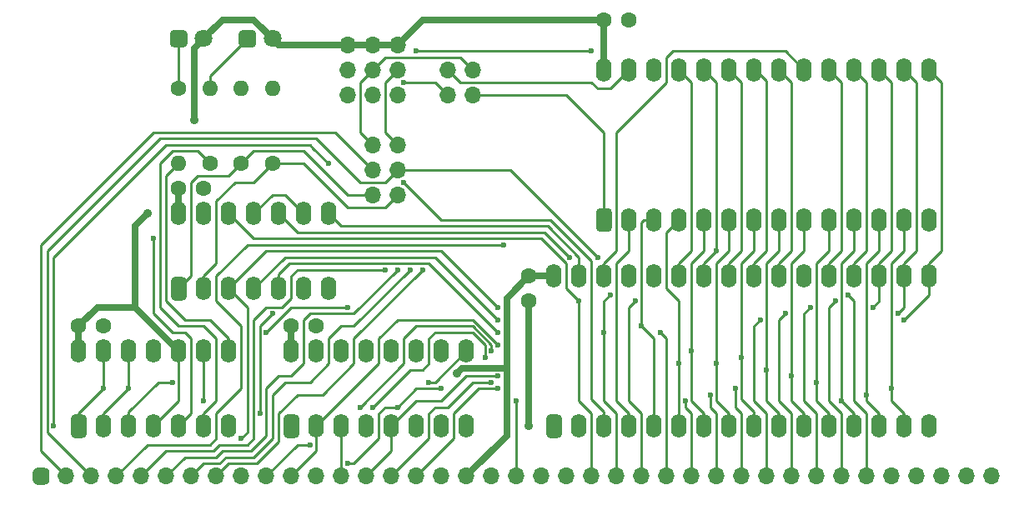
<source format=gbr>
%TF.GenerationSoftware,KiCad,Pcbnew,(5.1.9)-1*%
%TF.CreationDate,2021-01-24T02:40:07-08:00*%
%TF.ProjectId,rc-ramrom,72632d72-616d-4726-9f6d-2e6b69636164,rev?*%
%TF.SameCoordinates,PX9157080PY9071968*%
%TF.FileFunction,Copper,L1,Top*%
%TF.FilePolarity,Positive*%
%FSLAX46Y46*%
G04 Gerber Fmt 4.6, Leading zero omitted, Abs format (unit mm)*
G04 Created by KiCad (PCBNEW (5.1.9)-1) date 2021-01-24 02:40:07*
%MOMM*%
%LPD*%
G01*
G04 APERTURE LIST*
%TA.AperFunction,ComponentPad*%
%ADD10O,1.600000X2.400000*%
%TD*%
%TA.AperFunction,ComponentPad*%
%ADD11C,1.600000*%
%TD*%
%TA.AperFunction,ComponentPad*%
%ADD12O,1.600000X1.600000*%
%TD*%
%TA.AperFunction,ComponentPad*%
%ADD13C,1.800000*%
%TD*%
%TA.AperFunction,ComponentPad*%
%ADD14O,1.700000X1.700000*%
%TD*%
%TA.AperFunction,ViaPad*%
%ADD15C,0.900001*%
%TD*%
%TA.AperFunction,ViaPad*%
%ADD16C,0.600000*%
%TD*%
%TA.AperFunction,Conductor*%
%ADD17C,0.635000*%
%TD*%
%TA.AperFunction,Conductor*%
%ADD18C,0.254000*%
%TD*%
G04 APERTURE END LIST*
D10*
%TO.P,U1,28*%
%TO.N,+5V*%
X58420000Y42875200D03*
%TO.P,U1,14*%
%TO.N,GND*%
X91440000Y27635200D03*
%TO.P,U1,27*%
%TO.N,/ROM_A14'*%
X60960000Y42875200D03*
%TO.P,U1,13*%
%TO.N,D2*%
X88900000Y27635200D03*
%TO.P,U1,26*%
%TO.N,ROM_A13*%
X63500000Y42875200D03*
%TO.P,U1,12*%
%TO.N,D1*%
X86360000Y27635200D03*
%TO.P,U1,25*%
%TO.N,A8*%
X66040000Y42875200D03*
%TO.P,U1,11*%
%TO.N,D0*%
X83820000Y27635200D03*
%TO.P,U1,24*%
%TO.N,A9*%
X68580000Y42875200D03*
%TO.P,U1,10*%
%TO.N,A0*%
X81280000Y27635200D03*
%TO.P,U1,23*%
%TO.N,A11*%
X71120000Y42875200D03*
%TO.P,U1,9*%
%TO.N,A1*%
X78740000Y27635200D03*
%TO.P,U1,22*%
%TO.N,~RD*%
X73660000Y42875200D03*
%TO.P,U1,8*%
%TO.N,A2*%
X76200000Y27635200D03*
%TO.P,U1,21*%
%TO.N,A10*%
X76200000Y42875200D03*
%TO.P,U1,7*%
%TO.N,A3*%
X73660000Y27635200D03*
%TO.P,U1,20*%
%TO.N,~ROM_CS*%
X78740000Y42875200D03*
%TO.P,U1,6*%
%TO.N,A4*%
X71120000Y27635200D03*
%TO.P,U1,19*%
%TO.N,D7*%
X81280000Y42875200D03*
%TO.P,U1,5*%
%TO.N,A5*%
X68580000Y27635200D03*
%TO.P,U1,18*%
%TO.N,D6*%
X83820000Y42875200D03*
%TO.P,U1,4*%
%TO.N,A6*%
X66040000Y27635200D03*
%TO.P,U1,17*%
%TO.N,D5*%
X86360000Y42875200D03*
%TO.P,U1,3*%
%TO.N,A7*%
X63500000Y27635200D03*
%TO.P,U1,16*%
%TO.N,D4*%
X88900000Y42875200D03*
%TO.P,U1,2*%
%TO.N,A12*%
X60960000Y27635200D03*
%TO.P,U1,15*%
%TO.N,D3*%
X91440000Y42875200D03*
%TO.P,U1,1*%
%TO.N,/ROM_A15'*%
%TA.AperFunction,ComponentPad*%
G36*
G01*
X58820000Y26435200D02*
X58020000Y26435200D01*
G75*
G02*
X57620000Y26835200I0J400000D01*
G01*
X57620000Y28435200D01*
G75*
G02*
X58020000Y28835200I400000J0D01*
G01*
X58820000Y28835200D01*
G75*
G02*
X59220000Y28435200I0J-400000D01*
G01*
X59220000Y26835200D01*
G75*
G02*
X58820000Y26435200I-400000J0D01*
G01*
G37*
%TD.AperFunction*%
%TD*%
%TO.P,U2,32*%
%TO.N,+5V*%
X53340000Y21920200D03*
%TO.P,U2,16*%
%TO.N,GND*%
X91440000Y6680200D03*
%TO.P,U2,31*%
%TO.N,A15*%
X55880000Y21920200D03*
%TO.P,U2,15*%
%TO.N,D2*%
X88900000Y6680200D03*
%TO.P,U2,30*%
%TO.N,~ROM_CS*%
X58420000Y21920200D03*
%TO.P,U2,14*%
%TO.N,D1*%
X86360000Y6680200D03*
%TO.P,U2,29*%
%TO.N,~WR*%
X60960000Y21920200D03*
%TO.P,U2,13*%
%TO.N,D0*%
X83820000Y6680200D03*
%TO.P,U2,28*%
%TO.N,A13*%
X63500000Y21920200D03*
%TO.P,U2,12*%
%TO.N,A0*%
X81280000Y6680200D03*
%TO.P,U2,27*%
%TO.N,A8*%
X66040000Y21920200D03*
%TO.P,U2,11*%
%TO.N,A1*%
X78740000Y6680200D03*
%TO.P,U2,26*%
%TO.N,A9*%
X68580000Y21920200D03*
%TO.P,U2,10*%
%TO.N,A2*%
X76200000Y6680200D03*
%TO.P,U2,25*%
%TO.N,A11*%
X71120000Y21920200D03*
%TO.P,U2,9*%
%TO.N,A3*%
X73660000Y6680200D03*
%TO.P,U2,24*%
%TO.N,~RD*%
X73660000Y21920200D03*
%TO.P,U2,8*%
%TO.N,A4*%
X71120000Y6680200D03*
%TO.P,U2,23*%
%TO.N,A10*%
X76200000Y21920200D03*
%TO.P,U2,7*%
%TO.N,A5*%
X68580000Y6680200D03*
%TO.P,U2,22*%
%TO.N,~MREQ*%
X78740000Y21920200D03*
%TO.P,U2,6*%
%TO.N,A6*%
X66040000Y6680200D03*
%TO.P,U2,21*%
%TO.N,D7*%
X81280000Y21920200D03*
%TO.P,U2,5*%
%TO.N,A7*%
X63500000Y6680200D03*
%TO.P,U2,20*%
%TO.N,D6*%
X83820000Y21920200D03*
%TO.P,U2,4*%
%TO.N,A12*%
X60960000Y6680200D03*
%TO.P,U2,19*%
%TO.N,D5*%
X86360000Y21920200D03*
%TO.P,U2,3*%
%TO.N,A14*%
X58420000Y6680200D03*
%TO.P,U2,18*%
%TO.N,D4*%
X88900000Y21920200D03*
%TO.P,U2,2*%
%TO.N,RAM_A16*%
X55880000Y6680200D03*
%TO.P,U2,17*%
%TO.N,D3*%
X91440000Y21920200D03*
%TO.P,U2,1*%
%TO.N,Net-(U2-Pad1)*%
%TA.AperFunction,ComponentPad*%
G36*
G01*
X53740000Y5480200D02*
X52940000Y5480200D01*
G75*
G02*
X52540000Y5880200I0J400000D01*
G01*
X52540000Y7480200D01*
G75*
G02*
X52940000Y7880200I400000J0D01*
G01*
X53740000Y7880200D01*
G75*
G02*
X54140000Y7480200I0J-400000D01*
G01*
X54140000Y5880200D01*
G75*
G02*
X53740000Y5480200I-400000J0D01*
G01*
G37*
%TD.AperFunction*%
%TD*%
D11*
%TO.P,C2,2*%
%TO.N,GND*%
X50800000Y19420200D03*
%TO.P,C2,1*%
%TO.N,+5V*%
X50800000Y21920200D03*
%TD*%
D12*
%TO.P,R2,2*%
%TO.N,/~Paged'*%
X18415000Y40970200D03*
D11*
%TO.P,R2,1*%
%TO.N,/~Paged*%
X18415000Y33350200D03*
%TD*%
D13*
%TO.P,D2,2*%
%TO.N,+5V*%
X24765000Y46050200D03*
%TO.P,D2,1*%
%TO.N,/~Paged'*%
%TA.AperFunction,ComponentPad*%
G36*
G01*
X21325000Y45600200D02*
X21325000Y46500200D01*
G75*
G02*
X21775000Y46950200I450000J0D01*
G01*
X22675000Y46950200D01*
G75*
G02*
X23125000Y46500200I0J-450000D01*
G01*
X23125000Y45600200D01*
G75*
G02*
X22675000Y45150200I-450000J0D01*
G01*
X21775000Y45150200D01*
G75*
G02*
X21325000Y45600200I0J450000D01*
G01*
G37*
%TD.AperFunction*%
%TD*%
D10*
%TO.P,U4,14*%
%TO.N,+5V*%
X5080000Y14300200D03*
%TO.P,U4,7*%
%TO.N,GND*%
X20320000Y6680200D03*
%TO.P,U4,13*%
%TO.N,~RESET*%
X7620000Y14300200D03*
%TO.P,U4,6*%
%TO.N,/~Paged*%
X17780000Y6680200D03*
%TO.P,U4,12*%
%TO.N,D0*%
X10160000Y14300200D03*
%TO.P,U4,5*%
%TO.N,~ROM_EN*%
X15240000Y6680200D03*
%TO.P,U4,11*%
%TO.N,/~HRAM_CFG*%
X12700000Y14300200D03*
%TO.P,U4,4*%
%TO.N,+5V*%
X12700000Y6680200D03*
%TO.P,U4,10*%
X15240000Y14300200D03*
%TO.P,U4,3*%
%TO.N,/~ROM_CFG*%
X10160000Y6680200D03*
%TO.P,U4,9*%
%TO.N,RAM_A16*%
X17780000Y14300200D03*
%TO.P,U4,2*%
%TO.N,D0*%
X7620000Y6680200D03*
%TO.P,U4,8*%
%TO.N,/~HRAM*%
X20320000Y14300200D03*
%TO.P,U4,1*%
%TO.N,~RESET*%
%TA.AperFunction,ComponentPad*%
G36*
G01*
X5480000Y5480200D02*
X4680000Y5480200D01*
G75*
G02*
X4280000Y5880200I0J400000D01*
G01*
X4280000Y7480200D01*
G75*
G02*
X4680000Y7880200I400000J0D01*
G01*
X5480000Y7880200D01*
G75*
G02*
X5880000Y7480200I0J-400000D01*
G01*
X5880000Y5880200D01*
G75*
G02*
X5480000Y5480200I-400000J0D01*
G01*
G37*
%TD.AperFunction*%
%TD*%
%TO.P,U5,16*%
%TO.N,+5V*%
X26670000Y14300200D03*
%TO.P,U5,8*%
%TO.N,GND*%
X44450000Y6680200D03*
%TO.P,U5,15*%
%TO.N,Net-(U5-Pad15)*%
X29210000Y14300200D03*
%TO.P,U5,7*%
%TO.N,Net-(U5-Pad7)*%
X41910000Y6680200D03*
%TO.P,U5,14*%
%TO.N,Net-(U5-Pad14)*%
X31750000Y14300200D03*
%TO.P,U5,6*%
%TO.N,A4*%
X39370000Y6680200D03*
%TO.P,U5,13*%
%TO.N,/~HRAM_CFG*%
X34290000Y14300200D03*
%TO.P,U5,5*%
%TO.N,A2*%
X36830000Y6680200D03*
%TO.P,U5,12*%
%TO.N,Net-(U5-Pad12)*%
X36830000Y14300200D03*
%TO.P,U5,4*%
%TO.N,A6*%
X34290000Y6680200D03*
%TO.P,U5,11*%
%TO.N,Net-(U5-Pad11)*%
X39370000Y14300200D03*
%TO.P,U5,3*%
%TO.N,A3*%
X31750000Y6680200D03*
%TO.P,U5,10*%
%TO.N,Net-(U5-Pad10)*%
X41910000Y14300200D03*
%TO.P,U5,2*%
%TO.N,A5*%
X29210000Y6680200D03*
%TO.P,U5,9*%
%TO.N,/~ROM_CFG*%
X44450000Y14300200D03*
%TO.P,U5,1*%
%TO.N,/~IOWR*%
%TA.AperFunction,ComponentPad*%
G36*
G01*
X27070000Y5480200D02*
X26270000Y5480200D01*
G75*
G02*
X25870000Y5880200I0J400000D01*
G01*
X25870000Y7480200D01*
G75*
G02*
X26270000Y7880200I400000J0D01*
G01*
X27070000Y7880200D01*
G75*
G02*
X27470000Y7480200I0J-400000D01*
G01*
X27470000Y5880200D01*
G75*
G02*
X27070000Y5480200I-400000J0D01*
G01*
G37*
%TD.AperFunction*%
%TD*%
D14*
%TO.P,JP6,4*%
%TO.N,ROM_A14*%
X45085000Y42875200D03*
%TO.P,JP6,3*%
%TO.N,/ROM_A15'*%
X45085000Y40335200D03*
%TO.P,JP6,2*%
%TO.N,/ROM_A14'*%
X42545000Y42875200D03*
%TO.P,JP6,1*%
%TO.N,ROM_A15*%
X42545000Y40335200D03*
%TD*%
%TO.P,U3,1*%
%TO.N,/SZ1*%
%TA.AperFunction,ComponentPad*%
G36*
G01*
X15640000Y19450200D02*
X14840000Y19450200D01*
G75*
G02*
X14440000Y19850200I0J400000D01*
G01*
X14440000Y21450200D01*
G75*
G02*
X14840000Y21850200I400000J0D01*
G01*
X15640000Y21850200D01*
G75*
G02*
X16040000Y21450200I0J-400000D01*
G01*
X16040000Y19850200D01*
G75*
G02*
X15640000Y19450200I-400000J0D01*
G01*
G37*
%TD.AperFunction*%
D10*
%TO.P,U3,8*%
%TO.N,A15*%
X30480000Y28270200D03*
%TO.P,U3,2*%
%TO.N,/SZ2*%
X17780000Y20650200D03*
%TO.P,U3,9*%
%TO.N,/~ROM_SEL*%
X27940000Y28270200D03*
%TO.P,U3,3*%
%TO.N,A7*%
X20320000Y20650200D03*
%TO.P,U3,10*%
%TO.N,~ROM_CS*%
X25400000Y28270200D03*
%TO.P,U3,4*%
%TO.N,~WR*%
X22860000Y20650200D03*
%TO.P,U3,11*%
%TO.N,/~ROM_SEL*%
X22860000Y28270200D03*
%TO.P,U3,5*%
%TO.N,~IOREQ*%
X25400000Y20650200D03*
%TO.P,U3,12*%
%TO.N,~MREQ*%
X20320000Y28270200D03*
%TO.P,U3,6*%
%TO.N,/~IOWR*%
X27940000Y20650200D03*
%TO.P,U3,13*%
%TO.N,~ROM_EN*%
X17780000Y28270200D03*
%TO.P,U3,7*%
%TO.N,GND*%
X30480000Y20650200D03*
%TO.P,U3,14*%
%TO.N,+5V*%
X15240000Y28270200D03*
%TD*%
D12*
%TO.P,R1,2*%
%TO.N,/~HRAM*%
X15240000Y33350200D03*
D11*
%TO.P,R1,1*%
%TO.N,/~HRAM'*%
X15240000Y40970200D03*
%TD*%
D12*
%TO.P,R4,2*%
%TO.N,GND*%
X24765000Y40970200D03*
D11*
%TO.P,R4,1*%
%TO.N,/SZ2*%
X24765000Y33350200D03*
%TD*%
D12*
%TO.P,R3,2*%
%TO.N,GND*%
X21590000Y40970200D03*
D11*
%TO.P,R3,1*%
%TO.N,/SZ1*%
X21590000Y33350200D03*
%TD*%
D14*
%TO.P,JP5,3*%
%TO.N,GND*%
X37465000Y40335200D03*
%TO.P,JP5,2*%
%TO.N,ROM_A13*%
X37465000Y42875200D03*
%TO.P,JP5,1*%
%TO.N,+5V*%
X37465000Y45415200D03*
%TD*%
%TO.P,JP4,3*%
%TO.N,GND*%
X34925000Y40335200D03*
%TO.P,JP4,2*%
%TO.N,ROM_A14*%
X34925000Y42875200D03*
%TO.P,JP4,1*%
%TO.N,+5V*%
X34925000Y45415200D03*
%TD*%
%TO.P,JP3,3*%
%TO.N,GND*%
X32385000Y40335200D03*
%TO.P,JP3,2*%
%TO.N,ROM_A15*%
X32385000Y42875200D03*
%TO.P,JP3,1*%
%TO.N,+5V*%
X32385000Y45415200D03*
%TD*%
%TO.P,JP2,3*%
%TO.N,/SZ2*%
X37465000Y30175200D03*
%TO.P,JP2,2*%
%TO.N,A13*%
X37465000Y32715200D03*
%TO.P,JP2,1*%
%TO.N,ROM_A13*%
X37465000Y35255200D03*
%TD*%
%TO.P,JP1,3*%
%TO.N,/SZ1*%
X34925000Y30175200D03*
%TO.P,JP1,2*%
%TO.N,A14*%
X34925000Y32715200D03*
%TO.P,JP1,1*%
%TO.N,ROM_A14*%
X34925000Y35255200D03*
%TD*%
D13*
%TO.P,D1,2*%
%TO.N,+5V*%
X17780000Y46050200D03*
%TO.P,D1,1*%
%TO.N,/~HRAM'*%
%TA.AperFunction,ComponentPad*%
G36*
G01*
X14340000Y45600200D02*
X14340000Y46500200D01*
G75*
G02*
X14790000Y46950200I450000J0D01*
G01*
X15690000Y46950200D01*
G75*
G02*
X16140000Y46500200I0J-450000D01*
G01*
X16140000Y45600200D01*
G75*
G02*
X15690000Y45150200I-450000J0D01*
G01*
X14790000Y45150200D01*
G75*
G02*
X14340000Y45600200I0J450000D01*
G01*
G37*
%TD.AperFunction*%
%TD*%
D11*
%TO.P,C3,2*%
%TO.N,GND*%
X17740000Y30810200D03*
%TO.P,C3,1*%
%TO.N,+5V*%
X15240000Y30810200D03*
%TD*%
%TO.P,C4,2*%
%TO.N,GND*%
X7580000Y16840200D03*
%TO.P,C4,1*%
%TO.N,+5V*%
X5080000Y16840200D03*
%TD*%
%TO.P,C5,2*%
%TO.N,GND*%
X29170000Y16840200D03*
%TO.P,C5,1*%
%TO.N,+5V*%
X26670000Y16840200D03*
%TD*%
%TO.P,C1,2*%
%TO.N,GND*%
X60920000Y47955200D03*
%TO.P,C1,1*%
%TO.N,+5V*%
X58420000Y47955200D03*
%TD*%
D14*
%TO.P,J1,39*%
%TO.N,Net-(J1-Pad39)*%
X97790000Y1600200D03*
%TO.P,J1,38*%
%TO.N,Net-(J1-Pad38)*%
X95250000Y1600200D03*
%TO.P,J1,37*%
%TO.N,Net-(J1-Pad37)*%
X92710000Y1600200D03*
%TO.P,J1,36*%
%TO.N,Net-(J1-Pad36)*%
X90170000Y1600200D03*
%TO.P,J1,35*%
%TO.N,Net-(J1-Pad35)*%
X87630000Y1600200D03*
%TO.P,J1,34*%
%TO.N,D7*%
X85090000Y1600200D03*
%TO.P,J1,33*%
%TO.N,D6*%
X82550000Y1600200D03*
%TO.P,J1,32*%
%TO.N,D5*%
X80010000Y1600200D03*
%TO.P,J1,31*%
%TO.N,D4*%
X77470000Y1600200D03*
%TO.P,J1,30*%
%TO.N,D3*%
X74930000Y1600200D03*
%TO.P,J1,29*%
%TO.N,D2*%
X72390000Y1600200D03*
%TO.P,J1,28*%
%TO.N,D1*%
X69850000Y1600200D03*
%TO.P,J1,27*%
%TO.N,D0*%
X67310000Y1600200D03*
%TO.P,J1,26*%
%TO.N,~IOREQ*%
X64770000Y1600200D03*
%TO.P,J1,25*%
%TO.N,~RD*%
X62230000Y1600200D03*
%TO.P,J1,24*%
%TO.N,~WR*%
X59690000Y1600200D03*
%TO.P,J1,23*%
%TO.N,~MREQ*%
X57150000Y1600200D03*
%TO.P,J1,22*%
%TO.N,Net-(J1-Pad22)*%
X54610000Y1600200D03*
%TO.P,J1,21*%
%TO.N,Net-(J1-Pad21)*%
X52070000Y1600200D03*
%TO.P,J1,20*%
%TO.N,~RESET*%
X49530000Y1600200D03*
%TO.P,J1,19*%
%TO.N,Net-(J1-Pad19)*%
X46990000Y1600200D03*
%TO.P,J1,18*%
%TO.N,+5V*%
X44450000Y1600200D03*
%TO.P,J1,17*%
%TO.N,GND*%
X41910000Y1600200D03*
%TO.P,J1,16*%
%TO.N,A0*%
X39370000Y1600200D03*
%TO.P,J1,15*%
%TO.N,A1*%
X36830000Y1600200D03*
%TO.P,J1,14*%
%TO.N,A2*%
X34290000Y1600200D03*
%TO.P,J1,13*%
%TO.N,A3*%
X31750000Y1600200D03*
%TO.P,J1,12*%
%TO.N,A4*%
X29210000Y1600200D03*
%TO.P,J1,11*%
%TO.N,A5*%
X26670000Y1600200D03*
%TO.P,J1,10*%
%TO.N,A6*%
X24130000Y1600200D03*
%TO.P,J1,9*%
%TO.N,A7*%
X21590000Y1600200D03*
%TO.P,J1,8*%
%TO.N,A8*%
X19050000Y1600200D03*
%TO.P,J1,7*%
%TO.N,A9*%
X16510000Y1600200D03*
%TO.P,J1,6*%
%TO.N,A10*%
X13970000Y1600200D03*
%TO.P,J1,5*%
%TO.N,A11*%
X11430000Y1600200D03*
%TO.P,J1,4*%
%TO.N,A12*%
X8890000Y1600200D03*
%TO.P,J1,3*%
%TO.N,A13*%
X6350000Y1600200D03*
%TO.P,J1,2*%
%TO.N,A14*%
X3810000Y1600200D03*
%TO.P,J1,1*%
%TO.N,A15*%
%TA.AperFunction,ComponentPad*%
G36*
G01*
X1695000Y750200D02*
X845000Y750200D01*
G75*
G02*
X420000Y1175200I0J425000D01*
G01*
X420000Y2025200D01*
G75*
G02*
X845000Y2450200I425000J0D01*
G01*
X1695000Y2450200D01*
G75*
G02*
X2120000Y2025200I0J-425000D01*
G01*
X2120000Y1175200D01*
G75*
G02*
X1695000Y750200I-425000J0D01*
G01*
G37*
%TD.AperFunction*%
%TD*%
D15*
%TO.N,GND*%
X50800000Y6680200D03*
D16*
%TO.N,D7*%
X83185000Y20015200D03*
%TO.N,D6*%
X81915000Y19380200D03*
%TO.N,D5*%
X79375000Y18745200D03*
X85725000Y18745200D03*
%TO.N,D4*%
X76835000Y18110200D03*
X88265000Y18110200D03*
%TO.N,D3*%
X74295000Y17475200D03*
X88900000Y17475200D03*
%TO.N,D2*%
X71755000Y10490200D03*
X87630000Y10490200D03*
%TO.N,D1*%
X69215000Y9855208D03*
X85090000Y9855200D03*
%TO.N,D0*%
X66675000Y9220200D03*
X82550000Y9220200D03*
X10160000Y10490200D03*
%TO.N,~IOREQ*%
X64135000Y16205200D03*
X47625000Y16205200D03*
%TO.N,~RD*%
X61595000Y19380200D03*
%TO.N,~WR*%
X58420000Y16205200D03*
X47625000Y17475200D03*
X59055000Y20015200D03*
%TO.N,~MREQ*%
X55880000Y19380200D03*
%TO.N,~RESET*%
X7620000Y10490200D03*
X49530000Y9220220D03*
D15*
%TO.N,+5V*%
X12065000Y28270200D03*
X16827500Y37795200D03*
X43497500Y12077700D03*
D16*
%TO.N,A0*%
X80010000Y11125200D03*
X47625000Y10490200D03*
%TO.N,A1*%
X77470000Y11760200D03*
X46990000Y11125200D03*
%TO.N,A2*%
X74930000Y12395200D03*
X47625000Y11760200D03*
%TO.N,A3*%
X33655000Y8585200D03*
X72390000Y13665200D03*
X46990000Y14300200D03*
%TO.N,A4*%
X69850000Y13030200D03*
X32385000Y2870200D03*
X37465000Y8585200D03*
X41909990Y10490190D03*
%TO.N,A5*%
X67310000Y14300200D03*
X47625000Y14935200D03*
%TO.N,A6*%
X28575000Y4775200D03*
X34925000Y8585200D03*
X66040000Y13030200D03*
X46355000Y13665200D03*
%TO.N,A7*%
X62230000Y16840200D03*
X21590000Y5410212D03*
X47625000Y18745200D03*
%TO.N,A8*%
X40005000Y22555200D03*
%TO.N,A9*%
X38735000Y22555200D03*
X69850000Y24460200D03*
%TO.N,A10*%
X37465000Y22555200D03*
%TO.N,A11*%
X36195000Y22555200D03*
%TO.N,A12*%
X48260000Y25095200D03*
%TO.N,A13*%
X57785000Y23825200D03*
%TO.N,A14*%
X38100000Y31445200D03*
%TO.N,A15*%
X2540000Y6680200D03*
X30480002Y33350200D03*
%TO.N,ROM_A13*%
X39370000Y44780200D03*
X57150000Y44780200D03*
%TO.N,ROM_A15*%
X38100000Y41605200D03*
%TO.N,/~ROM_CFG*%
X40640000Y11125200D03*
X14605000Y11125200D03*
%TO.N,/~IOWR*%
X23495000Y7950200D03*
X24765000Y18110200D03*
%TO.N,~ROM_EN*%
X12700000Y25730200D03*
%TO.N,~ROM_CS*%
X54927500Y23825200D03*
%TO.N,RAM_A16*%
X17780000Y9220200D03*
%TO.N,/~HRAM_CFG*%
X32385000Y18745200D03*
X24130000Y16205200D03*
%TD*%
D17*
%TO.N,GND*%
X50800000Y19420200D02*
X50800000Y6680200D01*
D18*
%TO.N,D7*%
X81280000Y23190200D02*
X81280000Y21920200D01*
X82550000Y24460200D02*
X81280000Y23190200D01*
X81280000Y42875200D02*
X82550000Y41605200D01*
X82550000Y41605200D02*
X82550000Y24460200D01*
X83820000Y19380200D02*
X83185000Y20015200D01*
X83820000Y9227268D02*
X83820000Y19380200D01*
X85090000Y1600200D02*
X85090000Y7957268D01*
X85090000Y7957268D02*
X83820000Y9227268D01*
%TO.N,D6*%
X83820000Y23190200D02*
X83820000Y21920200D01*
X85090000Y24460200D02*
X83820000Y23190200D01*
X83820000Y42875200D02*
X85090000Y41605200D01*
X85090000Y41605200D02*
X85090000Y24460200D01*
X82550000Y7950200D02*
X81280000Y9220200D01*
X81280000Y9220200D02*
X81280000Y18745200D01*
X82550000Y1600200D02*
X82550000Y7950200D01*
X81280000Y18745200D02*
X81915000Y19380200D01*
%TO.N,D5*%
X87630000Y41605200D02*
X87630000Y24460200D01*
X87630000Y24460200D02*
X86360000Y23190200D01*
X86360000Y42875200D02*
X87630000Y41605200D01*
X86360000Y23190200D02*
X86360000Y21920200D01*
X80010000Y1600200D02*
X80010000Y7950200D01*
X80010000Y7950200D02*
X78740000Y9220200D01*
X78740000Y9220200D02*
X78740000Y18110200D01*
X78740000Y18110200D02*
X79375000Y18745200D01*
X85725000Y18745200D02*
X86360000Y19380200D01*
X86360000Y19380200D02*
X86360000Y21920200D01*
%TO.N,D4*%
X90170000Y41605200D02*
X90170000Y24460200D01*
X88900000Y23190200D02*
X88900000Y21920200D01*
X88900000Y42875200D02*
X90170000Y41605200D01*
X90170000Y24460200D02*
X88900000Y23190200D01*
X77470000Y1600200D02*
X77470000Y7950200D01*
X77470000Y7950200D02*
X76200000Y9220200D01*
X76200000Y9220200D02*
X76200000Y17475200D01*
X76200000Y17475200D02*
X76835000Y18110200D01*
X88265000Y18110200D02*
X88900000Y18745200D01*
X88900000Y18745200D02*
X88900000Y21920200D01*
%TO.N,D3*%
X92710000Y41605200D02*
X92710000Y24460200D01*
X91440000Y42875200D02*
X92710000Y41605200D01*
X92710000Y24460200D02*
X91440000Y23190200D01*
X91440000Y23190200D02*
X91440000Y21920200D01*
X74930000Y1600200D02*
X74930000Y7950200D01*
X74930000Y7950200D02*
X73660000Y9220200D01*
X73660000Y9220200D02*
X73660000Y16840200D01*
X73660000Y16840200D02*
X74295000Y17475200D01*
X91440000Y20015200D02*
X91440000Y21920200D01*
X88900000Y17475200D02*
X91440000Y20015200D01*
%TO.N,D2*%
X72390000Y7950200D02*
X71755000Y8585200D01*
X72390000Y1600200D02*
X72390000Y7950200D01*
X71755000Y8585200D02*
X71755000Y10490200D01*
X88900000Y27635200D02*
X88900000Y24460200D01*
X87630000Y23190200D02*
X87630000Y10490200D01*
X88900000Y24460200D02*
X87630000Y23190200D01*
X87630000Y9220200D02*
X87630000Y10490200D01*
X88900000Y6680200D02*
X88900000Y7950200D01*
X88900000Y7950200D02*
X87630000Y9220200D01*
%TO.N,D1*%
X69215000Y8585200D02*
X69215000Y9855208D01*
X69850000Y7950200D02*
X69215000Y8585200D01*
X69850000Y1600200D02*
X69850000Y7950200D01*
X86360000Y24460200D02*
X85090000Y23190200D01*
X85090000Y23190200D02*
X85090000Y9855200D01*
X86360000Y27635200D02*
X86360000Y24460200D01*
X85090000Y9220200D02*
X85090000Y9855200D01*
X86360000Y6680200D02*
X86360000Y7950200D01*
X86360000Y7950200D02*
X85090000Y9220200D01*
%TO.N,D0*%
X83820000Y7950200D02*
X82550000Y9220200D01*
X83820000Y27635200D02*
X83820000Y24460200D01*
X83820000Y6680200D02*
X83820000Y7950200D01*
X83820000Y24460200D02*
X82550000Y23190200D01*
X82550000Y23190200D02*
X82550000Y9220200D01*
X66675000Y8585200D02*
X66675000Y9220200D01*
X67310000Y1600200D02*
X67310000Y7950200D01*
X67310000Y7950200D02*
X66675000Y8585200D01*
X10160000Y14300200D02*
X10160000Y10490200D01*
X7620000Y7950200D02*
X10160000Y10490200D01*
X7620000Y6680200D02*
X7620000Y7950200D01*
%TO.N,~IOREQ*%
X64770000Y1600200D02*
X64770000Y15570200D01*
X64770000Y15570200D02*
X64135000Y16205200D01*
X25400000Y20650200D02*
X25400000Y22104200D01*
X25400000Y22104200D02*
X26486000Y23190200D01*
X40640000Y23190200D02*
X47625000Y16205200D01*
X26486000Y23190200D02*
X40640000Y23190200D01*
%TO.N,~RD*%
X62230000Y1600200D02*
X62230000Y7950200D01*
X62230000Y7950200D02*
X60960000Y9220200D01*
X60960000Y9220200D02*
X60960000Y18745200D01*
X60960000Y18745200D02*
X61595000Y19380200D01*
X73660000Y23190200D02*
X73660000Y21920200D01*
X74930000Y24460200D02*
X73660000Y23190200D01*
X74930000Y41763950D02*
X74930000Y24460200D01*
X73660000Y42875200D02*
X73818750Y42875200D01*
X73818750Y42875200D02*
X74930000Y41763950D01*
%TO.N,~WR*%
X59690000Y7950200D02*
X58420000Y9220200D01*
X58420000Y9220200D02*
X58420000Y16205200D01*
X59690000Y1600200D02*
X59690000Y7950200D01*
X41275000Y23825200D02*
X47625000Y17475200D01*
X26035000Y23825200D02*
X41275000Y23825200D01*
X22860000Y20650200D02*
X26035000Y23825200D01*
X58420000Y19380200D02*
X59055000Y20015200D01*
X58420000Y16205200D02*
X58420000Y19380200D01*
%TO.N,~MREQ*%
X55880000Y9220200D02*
X55880000Y19380200D01*
X54610000Y23190200D02*
X54610000Y20650200D01*
X20320000Y28270200D02*
X22860000Y25730200D01*
X57150000Y7950200D02*
X55880000Y9220200D01*
X52070000Y25730200D02*
X54610000Y23190200D01*
X22860000Y25730200D02*
X52070000Y25730200D01*
X57150000Y1600200D02*
X57150000Y7950200D01*
X54610000Y20650200D02*
X55880000Y19380200D01*
%TO.N,~RESET*%
X7620000Y10490200D02*
X7620000Y14300200D01*
X5080000Y7950200D02*
X5080000Y6680200D01*
X7620000Y10490200D02*
X5080000Y7950200D01*
X49530000Y1600200D02*
X49530000Y9220220D01*
D17*
%TO.N,+5V*%
X50800000Y21920200D02*
X53340000Y21920200D01*
X5080000Y14300200D02*
X5080000Y16840200D01*
X15240000Y28270200D02*
X15240000Y30810200D01*
D18*
X15240000Y9220200D02*
X12700000Y6680200D01*
X15240000Y14300200D02*
X15240000Y9220200D01*
D17*
X37465000Y45415200D02*
X34925000Y45415200D01*
X34925000Y45415200D02*
X32385000Y45415200D01*
X58420000Y42875200D02*
X58420000Y47955200D01*
X40005000Y47955200D02*
X37465000Y45415200D01*
X58420000Y47955200D02*
X40005000Y47955200D01*
X22860000Y47955200D02*
X24765000Y46050200D01*
X17780000Y46050200D02*
X19685000Y47955200D01*
X19685000Y47955200D02*
X22860000Y47955200D01*
X16827500Y45097700D02*
X16827500Y37795200D01*
X17780000Y46050200D02*
X16827500Y45097700D01*
X25400000Y45415200D02*
X24765000Y46050200D01*
X32385000Y45415200D02*
X25400000Y45415200D01*
X26670000Y16840200D02*
X26670000Y14300200D01*
X48577500Y19697700D02*
X50800000Y21920200D01*
X44450000Y1600200D02*
X48577500Y5727700D01*
X48577500Y5727700D02*
X48577500Y12712700D01*
X48577500Y12712700D02*
X48577500Y19697700D01*
X48447490Y12582690D02*
X44002490Y12582690D01*
X48577500Y12712700D02*
X48447490Y12582690D01*
X44002490Y12582690D02*
X43497500Y12077700D01*
X6985000Y18745200D02*
X5080000Y16840200D01*
X15240000Y14300200D02*
X10795000Y18745200D01*
X10795000Y18745200D02*
X6985000Y18745200D01*
X10795000Y27000200D02*
X10795000Y18745200D01*
X12065000Y28270200D02*
X10795000Y27000200D01*
D18*
%TO.N,A0*%
X81280000Y7950200D02*
X81280000Y6680200D01*
X80010000Y9220200D02*
X81280000Y7950200D01*
X81280000Y27635200D02*
X81280000Y24460200D01*
X81280000Y24460200D02*
X80010000Y23190200D01*
X80010000Y23190200D02*
X80010000Y11125200D01*
X80010000Y11125200D02*
X80010000Y9220200D01*
X45720000Y10490200D02*
X47625000Y10490200D01*
X43180000Y5410200D02*
X43180000Y7950200D01*
X43180000Y7950200D02*
X45720000Y10490200D01*
X39370000Y1600200D02*
X43180000Y5410200D01*
%TO.N,A1*%
X78740000Y7950200D02*
X78740000Y6680200D01*
X77470000Y9220200D02*
X78740000Y7950200D01*
X78740000Y27635200D02*
X78740000Y24460200D01*
X78740000Y24460200D02*
X77470000Y23190200D01*
X77470000Y9220200D02*
X77470000Y11760200D01*
X77470000Y23190200D02*
X77470000Y11760200D01*
X41275000Y8585200D02*
X42545000Y8585200D01*
X40640000Y7950200D02*
X41275000Y8585200D01*
X40640000Y5410200D02*
X40640000Y7950200D01*
X45085000Y11125200D02*
X46990000Y11125200D01*
X36830000Y1600200D02*
X40640000Y5410200D01*
X42545000Y8585200D02*
X45085000Y11125200D01*
%TO.N,A2*%
X74930000Y9220200D02*
X76200000Y7950200D01*
X74930000Y23190200D02*
X74930000Y12395200D01*
X76200000Y27635200D02*
X76200000Y24460200D01*
X76200000Y7950200D02*
X76200000Y6680200D01*
X76200000Y24460200D02*
X74930000Y23190200D01*
X74930000Y12395200D02*
X74930000Y9220200D01*
X36830000Y4140200D02*
X36830000Y6680200D01*
X34290000Y1600200D02*
X36830000Y4140200D01*
X39370000Y9220200D02*
X41910000Y9220200D01*
X36830000Y6680200D02*
X39370000Y9220200D01*
X41910000Y9220200D02*
X44450000Y11760200D01*
X44450000Y11760200D02*
X47625000Y11760200D01*
%TO.N,A3*%
X31750000Y1600200D02*
X31750000Y6680200D01*
X73660000Y24460200D02*
X72390000Y23190200D01*
X73660000Y8134200D02*
X72390000Y9404200D01*
X72390000Y23190200D02*
X72390000Y13665200D01*
X73660000Y6680200D02*
X73660000Y8134200D01*
X72390000Y9404200D02*
X72390000Y13665200D01*
X73660000Y27635200D02*
X73660000Y24460200D01*
X45077932Y16840200D02*
X46990000Y14928132D01*
X33655000Y8585200D02*
X38100000Y13030200D01*
X38100000Y13030200D02*
X38100000Y15570200D01*
X46990000Y14928132D02*
X46990000Y14300200D01*
X38100000Y15570200D02*
X39370000Y16840200D01*
X39370000Y16840200D02*
X45077932Y16840200D01*
%TO.N,A4*%
X69850000Y9220200D02*
X71120000Y7950200D01*
X71120000Y7950200D02*
X71120000Y6680200D01*
X71120000Y27635200D02*
X71120000Y24460200D01*
X71120000Y24460200D02*
X69850000Y23190200D01*
X69850000Y23190200D02*
X69850000Y13030200D01*
X69850000Y13030200D02*
X69850000Y9220200D01*
X36195000Y8585200D02*
X37465000Y8585200D01*
X35560000Y7950200D02*
X36195000Y8585200D01*
X35560000Y5410200D02*
X35560000Y7950200D01*
X32385000Y2870200D02*
X33020000Y2870200D01*
X33020000Y2870200D02*
X35560000Y5410200D01*
X37465000Y8585200D02*
X39369990Y10490190D01*
X39369990Y10490190D02*
X41909990Y10490190D01*
%TO.N,A5*%
X29210000Y4140200D02*
X29210000Y6680200D01*
X26670000Y1600200D02*
X29210000Y4140200D01*
X68580000Y27635200D02*
X68580000Y24460200D01*
X67310000Y23190200D02*
X67310000Y14300200D01*
X68580000Y24460200D02*
X67310000Y23190200D01*
X67310000Y9220200D02*
X67310000Y14300200D01*
X68580000Y6680200D02*
X68580000Y7950200D01*
X68580000Y7950200D02*
X67310000Y9220200D01*
X35560000Y15570200D02*
X37465000Y17475200D01*
X37465000Y17475200D02*
X45085000Y17475200D01*
X35560000Y13030200D02*
X35560000Y15570200D01*
X29210000Y6680200D02*
X35560000Y13030200D01*
X45085000Y17475200D02*
X47625000Y14935200D01*
%TO.N,A6*%
X24130000Y1600200D02*
X27305000Y4775200D01*
X27305000Y4775200D02*
X28575000Y4775200D01*
X64770000Y26365200D02*
X64770000Y20650200D01*
X66040000Y19380200D02*
X66040000Y13030200D01*
X64770000Y20650200D02*
X66040000Y19380200D01*
X66040000Y6680200D02*
X66040000Y13030200D01*
X66040000Y27635200D02*
X64770000Y26365200D01*
X46355000Y14921064D02*
X46355000Y13665200D01*
X41275000Y16205200D02*
X45070864Y16205200D01*
X40640000Y13030200D02*
X40640000Y15570200D01*
X40640000Y15570200D02*
X41275000Y16205200D01*
X38735000Y12395200D02*
X40005000Y12395200D01*
X34925000Y8585200D02*
X38735000Y12395200D01*
X40005000Y12395200D02*
X40640000Y13030200D01*
X45070864Y16205200D02*
X46355000Y14921064D01*
%TO.N,A7*%
X63500000Y15570200D02*
X62230000Y16840200D01*
X62446000Y27635200D02*
X62230000Y27419200D01*
X62230000Y27419200D02*
X62230000Y16840200D01*
X63500000Y6680200D02*
X63500000Y15570200D01*
X63500000Y27635200D02*
X62446000Y27635200D01*
X22225000Y6045212D02*
X21598315Y5418527D01*
X20320000Y20650200D02*
X22225000Y18745200D01*
X22225000Y18745200D02*
X22225000Y6045212D01*
X24130000Y24460200D02*
X41910000Y24460200D01*
X41910000Y24460200D02*
X47625000Y18745200D01*
X20320000Y20650200D02*
X24130000Y24460200D01*
%TO.N,A8*%
X25400000Y7950200D02*
X27305000Y9855200D01*
X23177500Y2870200D02*
X25400000Y5092700D01*
X25400000Y5092700D02*
X25400000Y7950200D01*
X27305000Y9855200D02*
X29845000Y9855200D01*
X20320000Y2870200D02*
X23177500Y2870200D01*
X33020000Y13030200D02*
X33020000Y15570200D01*
X29845000Y9855200D02*
X33020000Y13030200D01*
X19050000Y1600200D02*
X20320000Y2870200D01*
X33020000Y15570200D02*
X40005000Y22555200D01*
X66040000Y23190200D02*
X66040000Y21920200D01*
X67310000Y24460200D02*
X66040000Y23190200D01*
X66040000Y42875200D02*
X67310000Y41605200D01*
X67310000Y41605200D02*
X67310000Y24460200D01*
%TO.N,A9*%
X28575000Y11125200D02*
X30480000Y13030200D01*
X17780000Y2870200D02*
X19367500Y2870200D01*
X26035000Y11125200D02*
X28575000Y11125200D01*
X24765000Y9855200D02*
X26035000Y11125200D01*
X22860000Y3505200D02*
X24765000Y5410200D01*
X20002500Y3505200D02*
X22860000Y3505200D01*
X31750000Y16840200D02*
X33020000Y16840200D01*
X24765000Y5410200D02*
X24765000Y9855200D01*
X16510000Y1600200D02*
X17780000Y2870200D01*
X30480000Y13030200D02*
X30480000Y15570200D01*
X19367500Y2870200D02*
X20002500Y3505200D01*
X30480000Y15570200D02*
X31750000Y16840200D01*
X33020000Y16840200D02*
X38735000Y22555200D01*
X69850000Y41605200D02*
X69850000Y24460200D01*
X68580000Y42875200D02*
X69850000Y41605200D01*
X68580000Y23190200D02*
X69850000Y24460200D01*
X68580000Y21920200D02*
X68580000Y23190200D01*
%TO.N,A10*%
X25400000Y11760200D02*
X26670000Y11760200D01*
X24130000Y5727700D02*
X24130000Y10490200D01*
X26670000Y11760200D02*
X27940000Y13030200D01*
X24130000Y10490200D02*
X25400000Y11760200D01*
X27940000Y13030200D02*
X27940000Y17475200D01*
X22542500Y4140200D02*
X24130000Y5727700D01*
X19685000Y4140200D02*
X22542500Y4140200D01*
X13970000Y1600200D02*
X15875000Y3505200D01*
X15875000Y3505200D02*
X19050000Y3505200D01*
X19050000Y3505200D02*
X19685000Y4140200D01*
X27940000Y17475200D02*
X28575000Y18110200D01*
X28575000Y18110200D02*
X33020000Y18110200D01*
X33020000Y18110200D02*
X37465000Y22555200D01*
X77470000Y24460200D02*
X76200000Y23190200D01*
X76200000Y23190200D02*
X76200000Y21920200D01*
X76200000Y42875200D02*
X77470000Y41605200D01*
X77470000Y41605200D02*
X77470000Y24460200D01*
%TO.N,A11*%
X71120000Y23190200D02*
X71120000Y21920200D01*
X72390000Y24460200D02*
X71120000Y23190200D01*
X72390000Y41605200D02*
X72390000Y24460200D01*
X71120000Y42875200D02*
X72390000Y41605200D01*
X22225000Y4775200D02*
X22860000Y5410200D01*
X22860000Y5410200D02*
X22860000Y17475200D01*
X18732500Y4140200D02*
X19367500Y4775200D01*
X11430000Y1600200D02*
X13970000Y4140200D01*
X27305000Y22555200D02*
X36195000Y22555200D01*
X26670000Y21920200D02*
X27305000Y22555200D01*
X22860000Y17475200D02*
X24130000Y18745200D01*
X19367500Y4775200D02*
X22225000Y4775200D01*
X26670000Y19697700D02*
X26670000Y21920200D01*
X13970000Y4140200D02*
X18732500Y4140200D01*
X24130000Y18745200D02*
X25717500Y18745200D01*
X25717500Y18745200D02*
X26670000Y19697700D01*
%TO.N,A12*%
X59690000Y9220200D02*
X60960000Y7950200D01*
X60960000Y7950200D02*
X60960000Y6680200D01*
X59690000Y23190200D02*
X59690000Y9220200D01*
X60960000Y27635200D02*
X60960000Y24460200D01*
X60960000Y24460200D02*
X59690000Y23190200D01*
X21590000Y16840200D02*
X19050000Y19380200D01*
X19050000Y19380200D02*
X19050000Y21920200D01*
X19050000Y21920200D02*
X22225000Y25095200D01*
X21590000Y10490200D02*
X21590000Y16840200D01*
X19050000Y5410200D02*
X19050000Y7950200D01*
X19050000Y7950200D02*
X21590000Y10490200D01*
X12065000Y4775200D02*
X18415000Y4775200D01*
X22225000Y25095200D02*
X48260000Y25095200D01*
X8890000Y1600200D02*
X12065000Y4775200D01*
X18415000Y4775200D02*
X19050000Y5410200D01*
%TO.N,A13*%
X36195000Y31445200D02*
X37465000Y32715200D01*
X33655000Y31445200D02*
X36195000Y31445200D01*
X1905000Y6045200D02*
X1905000Y24460200D01*
X6350000Y1600200D02*
X1905000Y6045200D01*
X1905000Y24460200D02*
X13335000Y35890200D01*
X13335000Y35890200D02*
X29210000Y35890200D01*
X29210000Y35890200D02*
X33655000Y31445200D01*
X37465000Y32715200D02*
X48895000Y32715200D01*
X48895000Y32715200D02*
X57785000Y23825200D01*
%TO.N,A14*%
X31115000Y36525200D02*
X34925000Y32715200D01*
X12700000Y36525200D02*
X31115000Y36525200D01*
X1270000Y25095200D02*
X12700000Y36525200D01*
X3810000Y1600200D02*
X1270000Y4140200D01*
X1270000Y4140200D02*
X1270000Y25095200D01*
X58420000Y8134200D02*
X58420000Y6680200D01*
X38100000Y31445200D02*
X41910000Y27635200D01*
X53013765Y27635200D02*
X57150000Y23498965D01*
X41910000Y27635200D02*
X53013765Y27635200D01*
X57150000Y23498965D02*
X57150000Y9404200D01*
X57150000Y9404200D02*
X58420000Y8134200D01*
%TO.N,A15*%
X28575000Y35255200D02*
X28875001Y34955201D01*
X28875001Y34955201D02*
X30480002Y33350200D01*
X2540000Y23825200D02*
X13970000Y35255200D01*
X13970000Y35255200D02*
X28575000Y35255200D01*
X2540000Y6680200D02*
X2540000Y23825200D01*
X52692731Y27000200D02*
X55880000Y23812931D01*
X55880000Y23812931D02*
X55880000Y21920200D01*
X30480000Y28270200D02*
X31750000Y27000200D01*
X31750000Y27000200D02*
X52692731Y27000200D01*
%TO.N,ROM_A13*%
X37465000Y35255200D02*
X36195000Y36525200D01*
X36195000Y41605200D02*
X37465000Y42875200D01*
X36195000Y36525200D02*
X36195000Y41605200D01*
X39370000Y44780200D02*
X57150000Y44780200D01*
%TO.N,ROM_A14*%
X33655000Y41605200D02*
X34925000Y42875200D01*
X34925000Y35255200D02*
X33655000Y36525200D01*
X33655000Y36525200D02*
X33655000Y41605200D01*
X43815000Y44145200D02*
X45085000Y42875200D01*
X34925000Y42875200D02*
X36195000Y44145200D01*
X36195000Y44145200D02*
X43815000Y44145200D01*
%TO.N,ROM_A15*%
X41275000Y41605200D02*
X42545000Y40335200D01*
X38100000Y41605200D02*
X41275000Y41605200D01*
%TO.N,/~ROM_CFG*%
X41275000Y11125200D02*
X40640000Y11125200D01*
X44450000Y14300200D02*
X41275000Y11125200D01*
X10160000Y6680200D02*
X10160000Y8134200D01*
X13151000Y11125200D02*
X14605000Y11125200D01*
X10160000Y8134200D02*
X13151000Y11125200D01*
%TO.N,/SZ1*%
X15240000Y20650200D02*
X16510000Y21920200D01*
X16510000Y21920200D02*
X16510000Y31445200D01*
X16510000Y31445200D02*
X17145000Y32080200D01*
X17145000Y32080200D02*
X20320000Y32080200D01*
X20320000Y32080200D02*
X21590000Y33350200D01*
X27940000Y34620200D02*
X32385000Y30175200D01*
X32385000Y30175200D02*
X34925000Y30175200D01*
X21590000Y33350200D02*
X22860000Y34620200D01*
X22860000Y34620200D02*
X27940000Y34620200D01*
%TO.N,/SZ2*%
X32385000Y28905200D02*
X36195000Y28905200D01*
X24765000Y33350200D02*
X27940000Y33350200D01*
X36195000Y28905200D02*
X37465000Y30175200D01*
X27940000Y33350200D02*
X32385000Y28905200D01*
X22860000Y31445200D02*
X24765000Y33350200D01*
X17780000Y21920200D02*
X19050000Y23190200D01*
X19050000Y29540200D02*
X20955000Y31445200D01*
X17780000Y20650200D02*
X17780000Y21920200D01*
X19050000Y23190200D02*
X19050000Y29540200D01*
X20955000Y31445200D02*
X22860000Y31445200D01*
%TO.N,/~IOWR*%
X23495000Y16840200D02*
X24765000Y18110200D01*
X23495000Y7950200D02*
X23495000Y16840200D01*
%TO.N,/ROM_A15'*%
X58420000Y36525200D02*
X58420000Y27635200D01*
X45085000Y40335200D02*
X54610000Y40335200D01*
X54610000Y40335200D02*
X58420000Y36525200D01*
%TO.N,/ROM_A14'*%
X42545000Y42875200D02*
X43815000Y41605200D01*
X43815000Y41605200D02*
X57150000Y41605200D01*
X57150000Y41605200D02*
X57785000Y40970200D01*
X59055000Y40970200D02*
X60960000Y42875200D01*
X57785000Y40970200D02*
X59055000Y40970200D01*
%TO.N,~ROM_EN*%
X15240000Y6680200D02*
X16510000Y7950200D01*
X16510000Y7950200D02*
X16510000Y15570200D01*
X16510000Y15570200D02*
X15875000Y16205200D01*
X12700000Y18110200D02*
X12700000Y25730200D01*
X15875000Y16205200D02*
X14605000Y16205200D01*
X14605000Y16205200D02*
X12700000Y18110200D01*
%TO.N,/~Paged'*%
X18415000Y42240200D02*
X22225000Y46050200D01*
X18415000Y40970200D02*
X18415000Y42240200D01*
%TO.N,/~Paged*%
X17145000Y34620200D02*
X18415000Y33350200D01*
X14605000Y34620200D02*
X17145000Y34620200D01*
X15240000Y16840200D02*
X13335000Y18745200D01*
X17780000Y7950200D02*
X19050000Y9220200D01*
X13335000Y33350200D02*
X14605000Y34620200D01*
X17780000Y6680200D02*
X17780000Y7950200D01*
X19050000Y9220200D02*
X19050000Y15570200D01*
X13335000Y18745200D02*
X13335000Y33350200D01*
X19050000Y15570200D02*
X17780000Y16840200D01*
X17780000Y16840200D02*
X15240000Y16840200D01*
%TO.N,/~ROM_SEL*%
X26035000Y30175200D02*
X27940000Y28270200D01*
X22860000Y28270200D02*
X24765000Y30175200D01*
X24765000Y30175200D02*
X26035000Y30175200D01*
%TO.N,/~HRAM'*%
X15240000Y40970200D02*
X15240000Y46050200D01*
%TO.N,/~HRAM*%
X13970000Y32080200D02*
X15240000Y33350200D01*
X20320000Y15570200D02*
X18415000Y17475200D01*
X20320000Y14300200D02*
X20320000Y15570200D01*
X18415000Y17475200D02*
X15875000Y17475200D01*
X15875000Y17475200D02*
X13970000Y19380200D01*
X13970000Y19380200D02*
X13970000Y32080200D01*
%TO.N,~ROM_CS*%
X58420000Y23190200D02*
X59690000Y24460200D01*
X76835000Y44780200D02*
X78740000Y42875200D01*
X64770000Y44145200D02*
X65405000Y44780200D01*
X58420000Y21920200D02*
X58420000Y23190200D01*
X59690000Y24460200D02*
X59690000Y36525200D01*
X64770000Y41605200D02*
X64770000Y44145200D01*
X65405000Y44780200D02*
X76835000Y44780200D01*
X59690000Y36525200D02*
X64770000Y41605200D01*
X25400000Y28270200D02*
X27305000Y26365200D01*
X52387500Y26365200D02*
X54927500Y23825200D01*
X27305000Y26365200D02*
X52387500Y26365200D01*
%TO.N,RAM_A16*%
X17780000Y14300200D02*
X17780000Y9220200D01*
%TO.N,/~HRAM_CFG*%
X26670000Y18745200D02*
X32385000Y18745200D01*
X24130000Y16205200D02*
X26670000Y18745200D01*
%TD*%
M02*

</source>
